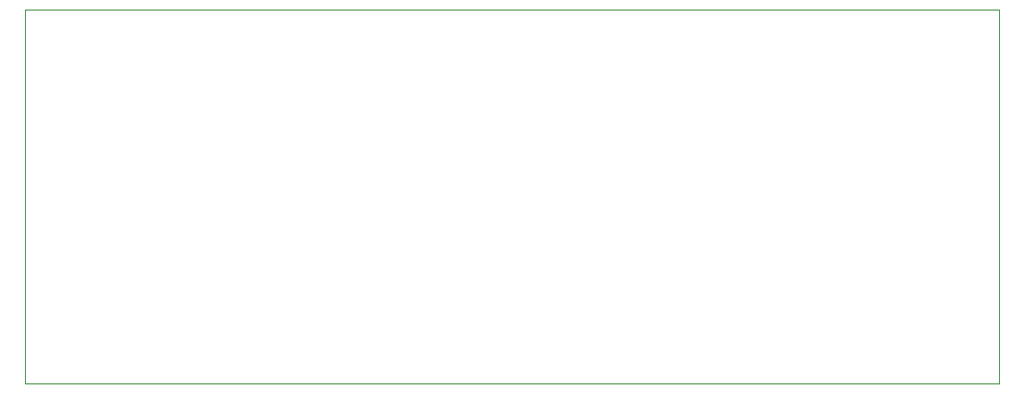
<source format=gbr>
%TF.GenerationSoftware,KiCad,Pcbnew,9.0.6*%
%TF.CreationDate,2025-12-12T12:45:13+00:00*%
%TF.ProjectId,PIDI-BOX-01-ADC-4-MAIN-A2,50494449-2d42-44f5-982d-30312d414443,rev?*%
%TF.SameCoordinates,Original*%
%TF.FileFunction,Profile,NP*%
%FSLAX46Y46*%
G04 Gerber Fmt 4.6, Leading zero omitted, Abs format (unit mm)*
G04 Created by KiCad (PCBNEW 9.0.6) date 2025-12-12 12:45:13*
%MOMM*%
%LPD*%
G01*
G04 APERTURE LIST*
%TA.AperFunction,Profile*%
%ADD10C,0.050000*%
%TD*%
G04 APERTURE END LIST*
D10*
X106961600Y-56007000D02*
X192961600Y-56007000D01*
X192961600Y-89007000D01*
X106961600Y-89007000D01*
X106961600Y-56007000D01*
M02*

</source>
